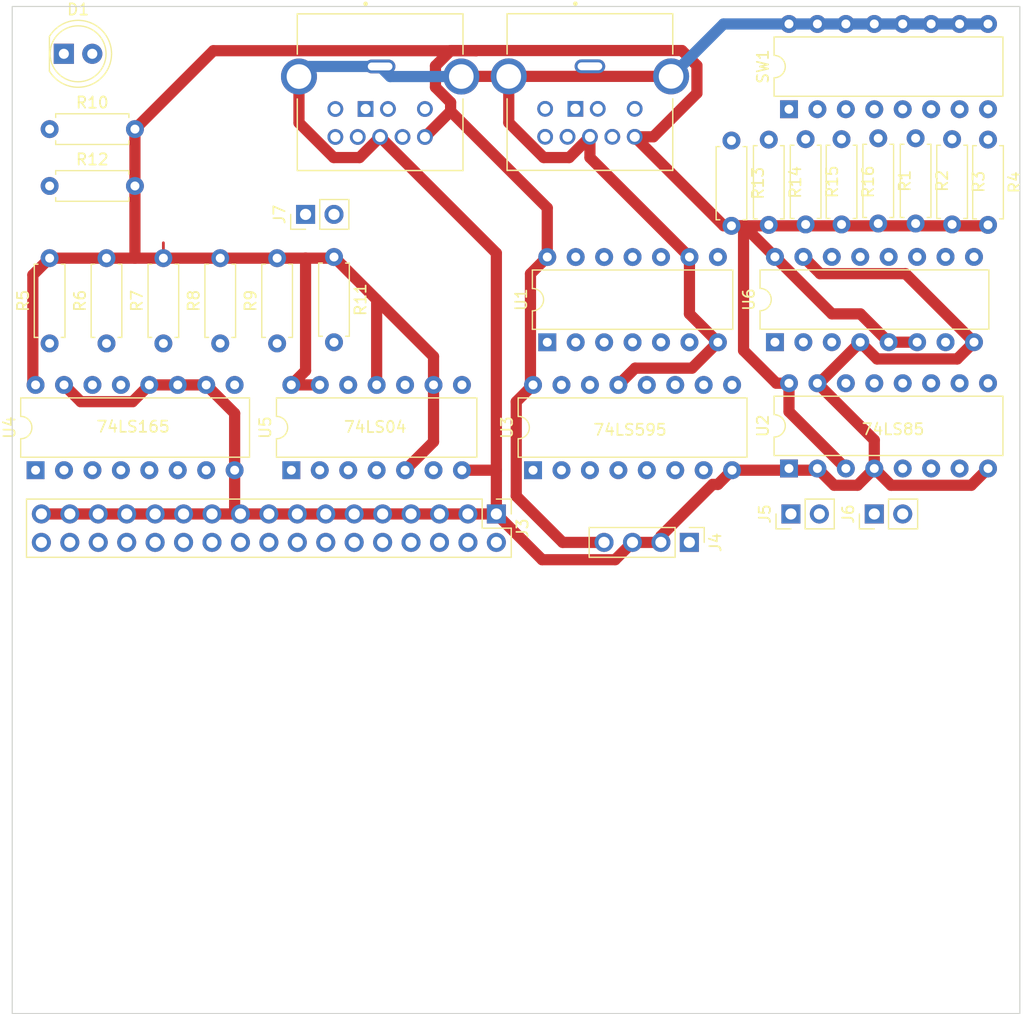
<source format=kicad_pcb>
(kicad_pcb (version 20221018) (generator pcbnew)
  (layers (0 "F.Cu" signal) (31 "B.Cu" signal) (34 "B.Paste" user) (35 "F.Paste" user) (36 "B.SilkS" user "B.Silkscreen") (37 "F.SilkS" user "F.Silkscreen") (38 "B.Mask" user) (39 "F.Mask" user) (44 "Edge.Cuts" user))
  (net 0 "")
  (net 1 "GND")
  (net 2 "F_REDWC")
  (net 5 "F_INDEX")
  (net 6 "F_MOTEA")
  (net 7 "F_DRVSB")
  (net 8 "F_DRVSA")
  (net 9 "F_MOTEB")
  (net 10 "F_STEPDIR")
  (net 11 "F_STEP")
  (net 12 "F_WDATA")
  (net 13 "F_WGATE")
  (net 14 "F_TRACK0")
  (net 15 "F_WRITEPROT")
  (net 16 "F_RDATA")
  (net 17 "F_SIDE")
  (net 18 "F_DISKCHG")
  (net 20 "+5V")
  (net 21 "Net-(J5-Pin_1)")
  (net 22 "LD_N")
  (net 23 "Net-(J6-Pin_1)")
  (net 24 "1565_LD_5V")
  (net 26 "DRIVE_ID0")
  (net 27 "DRIVE_ID1")
  (net 28 "DRIVE_ID2")
  (net 29 "WRITE_EN")
  (net 30 "Net-(D1-A)")
  (net 31 "SERIO_GATE")
  (net 33 "C1565_SELECTED")
  (net 35 "DRIVE_SEL0")
  (net 36 "DRIVE_SEL1")
  (net 37 "DRIVE_SEL2")
  (net 38 "F_MOTOR")
  (net 39 "F_LED")
  (net 41 "1565_RST")
  (net 42 "1565_CLK")
  (net 43 "/SERIO_5V")
  (net 44 "DKI_DISKPRESENT")
  (net 45 "SERIO_O_N")
  (net 46 "SERIO_O")
  (net 47 "C1565_SELECTED_N")
  (net 52 "Net-(D1-K)")
  (net 53 "FL_WDATA")
  (net 54 "FL_RDATA")
  (net 55 "FL_WGATE")
  (net 56 "M1565_DAT")
  (net 60 "DRIVE_5.25")
  (net 61 "DRIVE_HD")
  (net 62 "DIPSW3")
  (net 63 "DIPSW4")
  (footprint "Resistor_THT:R_Axial_DIN0207_L6.3mm_D2.5mm_P7.62mm_Horizontal" (layer "F.Cu") (at 63.5 80.1116 90)
    (fp_text reference "R7" (at 3.81 -2.37 90) (layer "F.SilkS"))
    (fp_text value "3K3")
    (pad "1" thru_hole circle (at 0 0 90) (size 1.6 1.6) (drill 0.8) (layers "*.Cu" "*.Mask") (net 15 "F_WRITEPROT"))
    (pad "2" thru_hole oval (at 7.62 0 90) (size 1.6 1.6) (drill 0.8) (layers "*.Cu" "*.Mask") (net 20 "+5V"))
  )
  (footprint "Package_DIP:DIP-16_W7.62mm" (layer "F.Cu") (at 96.52 91.44 90)
    (fp_text reference "U3" (at 3.81 -2.33 90) (layer "F.SilkS"))
    (fp_text value "74LS595" (at 3.6068 8.6614 180) (layer "F.SilkS"))
    (pad "1" thru_hole rect (at 0 0 90) (size 1.6 1.6) (drill 0.8) (layers "*.Cu" "*.Mask") (net 36 "DRIVE_SEL1"))
    (pad "2" thru_hole oval (at 0 2.54 90) (size 1.6 1.6) (drill 0.8) (layers "*.Cu" "*.Mask") (net 37 "DRIVE_SEL2"))
    (pad "3" thru_hole oval (at 0 5.08 90) (size 1.6 1.6) (drill 0.8) (layers "*.Cu" "*.Mask") (net 17 "F_SIDE"))
    (pad "4" thru_hole oval (at 0 7.62 90) (size 1.6 1.6) (drill 0.8) (layers "*.Cu" "*.Mask") (net 10 "F_STEPDIR"))
    (pad "5" thru_hole oval (at 0 10.16 90) (size 1.6 1.6) (drill 0.8) (layers "*.Cu" "*.Mask") (net 11 "F_STEP"))
    (pad "6" thru_hole oval (at 0 12.7 90) (size 1.6 1.6) (drill 0.8) (layers "*.Cu" "*.Mask") (net 38 "F_MOTOR"))
    (pad "7" thru_hole oval (at 0 15.24 90) (size 1.6 1.6) (drill 0.8) (layers "*.Cu" "*.Mask") (net 39 "F_LED"))
    (pad "8" thru_hole oval (at 0 17.78 90) (size 1.6 1.6) (drill 0.8) (layers "*.Cu" "*.Mask") (net 1 "GND"))
    (pad "9" thru_hole oval (at 7.62 17.78 90) (size 1.6 1.6) (drill 0.8) (layers "*.Cu" "*.Mask"))
    (pad "10" thru_hole oval (at 7.62 15.24 90) (size 1.6 1.6) (drill 0.8) (layers "*.Cu" "*.Mask") (net 41 "1565_RST"))
    (pad "11" thru_hole oval (at 7.62 12.7 90) (size 1.6 1.6) (drill 0.8) (layers "*.Cu" "*.Mask") (net 42 "1565_CLK"))
    (pad "12" thru_hole oval (at 7.62 10.16 90) (size 1.6 1.6) (drill 0.8) (layers "*.Cu" "*.Mask") (net 21 "Net-(J5-Pin_1)"))
    (pad "13" thru_hole oval (at 7.62 7.62 90) (size 1.6 1.6) (drill 0.8) (layers "*.Cu" "*.Mask") (net 1 "GND"))
    (pad "14" thru_hole oval (at 7.62 5.08 90) (size 1.6 1.6) (drill 0.8) (layers "*.Cu" "*.Mask") (net 43 "/SERIO_5V"))
    (pad "15" thru_hole oval (at 7.62 2.54 90) (size 1.6 1.6) (drill 0.8) (layers "*.Cu" "*.Mask") (net 35 "DRIVE_SEL0"))
    (pad "16" thru_hole oval (at 7.62 0 90) (size 1.6 1.6) (drill 0.8) (layers "*.Cu" "*.Mask") (net 20 "+5V"))
  )
  (footprint "Resistor_THT:R_Axial_DIN0207_L6.3mm_D2.5mm_P7.62mm_Horizontal" (layer "F.Cu") (at 53.34 80.1116 90)
    (fp_text reference "R5" (at 3.81 -2.37 90) (layer "F.SilkS"))
    (fp_text value "3K3")
    (pad "1" thru_hole circle (at 0 0 90) (size 1.6 1.6) (drill 0.8) (layers "*.Cu" "*.Mask") (net 5 "F_INDEX"))
    (pad "2" thru_hole oval (at 7.62 0 90) (size 1.6 1.6) (drill 0.8) (layers "*.Cu" "*.Mask") (net 20 "+5V"))
  )
  (footprint "Package_DIP:DIP-14_W7.62mm" (layer "F.Cu") (at 97.79 80.01 90)
    (fp_text reference "U1" (at 3.81 -2.33 90) (layer "F.SilkS"))
    (fp_text value "74LS125")
    (pad "1" thru_hole rect (at 0 0 90) (size 1.6 1.6) (drill 0.8) (layers "*.Cu" "*.Mask") (net 47 "C1565_SELECTED_N"))
    (pad "2" thru_hole oval (at 0 2.54 90) (size 1.6 1.6) (drill 0.8) (layers "*.Cu" "*.Mask") (net 16 "F_RDATA"))
    (pad "3" thru_hole oval (at 0 5.08 90) (size 1.6 1.6) (drill 0.8) (layers "*.Cu" "*.Mask") (net 54 "FL_RDATA"))
    (pad "4" thru_hole oval (at 0 7.62 90) (size 1.6 1.6) (drill 0.8) (layers "*.Cu" "*.Mask") (net 31 "SERIO_GATE"))
    (pad "5" thru_hole oval (at 0 10.16 90) (size 1.6 1.6) (drill 0.8) (layers "*.Cu" "*.Mask") (net 46 "SERIO_O"))
    (pad "6" thru_hole oval (at 0 12.7 90) (size 1.6 1.6) (drill 0.8) (layers "*.Cu" "*.Mask") (net 43 "/SERIO_5V"))
    (pad "7" thru_hole oval (at 0 15.24 90) (size 1.6 1.6) (drill 0.8) (layers "*.Cu" "*.Mask") (net 1 "GND"))
    (pad "8" thru_hole oval (at 7.62 15.24 90) (size 1.6 1.6) (drill 0.8) (layers "*.Cu" "*.Mask") (net 52 "Net-(D1-K)"))
    (pad "9" thru_hole oval (at 7.62 12.7 90) (size 1.6 1.6) (drill 0.8) (layers "*.Cu" "*.Mask") (net 1 "GND"))
    (pad "10" thru_hole oval (at 7.62 10.16 90) (size 1.6 1.6) (drill 0.8) (layers "*.Cu" "*.Mask") (net 39 "F_LED"))
    (pad "11" thru_hole oval (at 7.62 7.62 90) (size 1.6 1.6) (drill 0.8) (layers "*.Cu" "*.Mask") (net 31 "SERIO_GATE"))
    (pad "12" thru_hole oval (at 7.62 5.08 90) (size 1.6 1.6) (drill 0.8) (layers "*.Cu" "*.Mask") (net 47 "C1565_SELECTED_N"))
    (pad "13" thru_hole oval (at 7.62 2.54 90) (size 1.6 1.6) (drill 0.8) (layers "*.Cu" "*.Mask") (net 24 "1565_LD_5V"))
    (pad "14" thru_hole oval (at 7.62 0 90) (size 1.6 1.6) (drill 0.8) (layers "*.Cu" "*.Mask") (net 20 "+5V"))
  )
  (footprint "Resistor_THT:R_Axial_DIN0207_L6.3mm_D2.5mm_P7.62mm_Horizontal" (layer "F.Cu") (at 73.66 80.1116 90)
    (fp_text reference "R9" (at 3.81 -2.37 90) (layer "F.SilkS"))
    (fp_text value "3K3")
    (pad "1" thru_hole circle (at 0 0 90) (size 1.6 1.6) (drill 0.8) (layers "*.Cu" "*.Mask") (net 18 "F_DISKCHG"))
    (pad "2" thru_hole oval (at 7.62 0 90) (size 1.6 1.6) (drill 0.8) (layers "*.Cu" "*.Mask") (net 20 "+5V"))
  )
  (footprint "Package_DIP:DIP-16_W7.62mm" (layer "F.Cu") (at 119.38 59.182 90)
    (fp_text reference "SW1" (at 3.81 -2.33 90) (layer "F.SilkS"))
    (fp_text value "SW_DIP_x04")
    (pad "1" thru_hole rect (at 0 0 90) (size 1.6 1.6) (drill 0.8) (layers "*.Cu" "*.Mask") (net 60 "DRIVE_5.25"))
    (pad "2" thru_hole oval (at 0 2.54 90) (size 1.6 1.6) (drill 0.8) (layers "*.Cu" "*.Mask") (net 61 "DRIVE_HD"))
    (pad "3" thru_hole oval (at 0 5.08 90) (size 1.6 1.6) (drill 0.8) (layers "*.Cu" "*.Mask") (net 62 "DIPSW3"))
    (pad "4" thru_hole oval (at 0 7.62 90) (size 1.6 1.6) (drill 0.8) (layers "*.Cu" "*.Mask") (net 63 "DIPSW4"))
    (pad "5" thru_hole oval (at 0 10.16 90) (size 1.6 1.6) (drill 0.8) (layers "*.Cu" "*.Mask") (net 26 "DRIVE_ID0"))
    (pad "6" thru_hole oval (at 0 12.7 90) (size 1.6 1.6) (drill 0.8) (layers "*.Cu" "*.Mask") (net 27 "DRIVE_ID1"))
    (pad "7" thru_hole oval (at 0 15.24 90) (size 1.6 1.6) (drill 0.8) (layers "*.Cu" "*.Mask") (net 28 "DRIVE_ID2"))
    (pad "8" thru_hole oval (at 0 17.78 90) (size 1.6 1.6) (drill 0.8) (layers "*.Cu" "*.Mask") (net 29 "WRITE_EN"))
    (pad "9" thru_hole oval (at 7.62 17.78 90) (size 1.6 1.6) (drill 0.8) (layers "*.Cu" "*.Mask") (net 1 "GND"))
    (pad "10" thru_hole oval (at 7.62 15.24 90) (size 1.6 1.6) (drill 0.8) (layers "*.Cu" "*.Mask") (net 1 "GND"))
    (pad "11" thru_hole oval (at 7.62 12.7 90) (size 1.6 1.6) (drill 0.8) (layers "*.Cu" "*.Mask") (net 1 "GND"))
    (pad "12" thru_hole oval (at 7.62 10.16 90) (size 1.6 1.6) (drill 0.8) (layers "*.Cu" "*.Mask") (net 1 "GND"))
    (pad "13" thru_hole oval (at 7.62 7.62 90) (size 1.6 1.6) (drill 0.8) (layers "*.Cu" "*.Mask") (net 1 "GND"))
    (pad "14" thru_hole oval (at 7.62 5.08 90) (size 1.6 1.6) (drill 0.8) (layers "*.Cu" "*.Mask") (net 1 "GND"))
    (pad "15" thru_hole oval (at 7.62 2.54 90) (size 1.6 1.6) (drill 0.8) (layers "*.Cu" "*.Mask") (net 1 "GND"))
    (pad "16" thru_hole oval (at 7.62 0 90) (size 1.6 1.6) (drill 0.8) (layers "*.Cu" "*.Mask") (net 1 "GND"))
  )
  (footprint "Resistor_THT:R_Axial_DIN0207_L6.3mm_D2.5mm_P7.62mm_Horizontal" (layer "F.Cu") (at 137.16 61.899475 -90)
    (fp_text reference "R4" (at 3.81 -2.37 90) (layer "F.SilkS"))
    (fp_text value "3K3")
    (pad "1" thru_hole circle (at 0 0 270) (size 1.6 1.6) (drill 0.8) (layers "*.Cu" "*.Mask") (net 29 "WRITE_EN"))
    (pad "2" thru_hole oval (at 7.62 0 270) (size 1.6 1.6) (drill 0.8) (layers "*.Cu" "*.Mask") (net 20 "+5V"))
  )
  (footprint "Resistor_THT:R_Axial_DIN0207_L6.3mm_D2.5mm_P7.62mm_Horizontal" (layer "F.Cu") (at 120.867324 61.858332 -90)
    (fp_text reference "R15" (at 3.81 -2.37 90) (layer "F.SilkS"))
    (fp_text value "3K3")
    (pad "1" thru_hole circle (at 0 0 270) (size 1.6 1.6) (drill 0.8) (layers "*.Cu" "*.Mask") (net 62 "DIPSW3"))
    (pad "2" thru_hole oval (at 7.62 0 270) (size 1.6 1.6) (drill 0.8) (layers "*.Cu" "*.Mask") (net 20 "+5V"))
  )
  (footprint "Connector_PinHeader_2.54mm:PinHeader_1x02_P2.54mm_Vertical" (layer "F.Cu") (at 127 95.3516 90)
    (fp_text reference "J6" (at 0 -2.33 90) (layer "F.SilkS"))
    (fp_text value "Conn_01x02")
    (pad "1" thru_hole rect (at 0 0 90) (size 1.7 1.7) (drill 1) (layers "*.Cu" "*.Mask") (net 23 "Net-(J6-Pin_1)"))
    (pad "2" thru_hole oval (at 0 2.54 90) (size 1.7 1.7) (drill 1) (layers "*.Cu" "*.Mask") (net 22 "LD_N"))
  )
  (footprint "Resistor_THT:R_Axial_DIN0207_L6.3mm_D2.5mm_P7.62mm_Horizontal" (layer "F.Cu") (at 78.74 72.39 -90)
    (fp_text reference "R11" (at 3.81 -2.37 90) (layer "F.SilkS"))
    (fp_text value "3K3")
    (pad "1" thru_hole circle (at 0 0 270) (size 1.6 1.6) (drill 0.8) (layers "*.Cu" "*.Mask") (net 20 "+5V"))
    (pad "2" thru_hole oval (at 7.62 0 270) (size 1.6 1.6) (drill 0.8) (layers "*.Cu" "*.Mask") (net 31 "SERIO_GATE"))
  )
  (footprint "Package_DIP:DIP-16_W7.62mm" (layer "F.Cu") (at 118.125 80 90)
    (fp_text reference "U6" (at 3.81 -2.33 90) (layer "F.SilkS"))
    (fp_text value "74LS165")
    (pad "1" thru_hole rect (at 0 0 90) (size 1.6 1.6) (drill 0.8) (layers "*.Cu" "*.Mask") (net 41 "1565_RST"))
    (pad "2" thru_hole oval (at 0 2.54 90) (size 1.6 1.6) (drill 0.8) (layers "*.Cu" "*.Mask"))
    (pad "3" thru_hole oval (at 0 5.08 90) (size 1.6 1.6) (drill 0.8) (layers "*.Cu" "*.Mask") (net 60 "DRIVE_5.25"))
    (pad "4" thru_hole oval (at 0 7.62 90) (size 1.6 1.6) (drill 0.8) (layers "*.Cu" "*.Mask") (net 1 "GND"))
    (pad "5" thru_hole oval (at 0 10.16 90) (size 1.6 1.6) (drill 0.8) (layers "*.Cu" "*.Mask") (net 20 "+5V"))
    (pad "6" thru_hole oval (at 0 12.7 90) (size 1.6 1.6) (drill 0.8) (layers "*.Cu" "*.Mask") (net 20 "+5V"))
    (pad "7" thru_hole oval (at 0 15.24 90) (size 1.6 1.6) (drill 0.8) (layers "*.Cu" "*.Mask"))
    (pad "8" thru_hole oval (at 0 17.78 90) (size 1.6 1.6) (drill 0.8) (layers "*.Cu" "*.Mask") (net 1 "GND"))
    (pad "9" thru_hole oval (at 7.62 17.78 90) (size 1.6 1.6) (drill 0.8) (layers "*.Cu" "*.Mask") (net 56 "M1565_DAT"))
    (pad "10" thru_hole oval (at 7.62 15.24 90) (size 1.6 1.6) (drill 0.8) (layers "*.Cu" "*.Mask"))
    (pad "11" thru_hole oval (at 7.62 12.7 90) (size 1.6 1.6) (drill 0.8) (layers "*.Cu" "*.Mask"))
    (pad "12" thru_hole oval (at 7.62 10.16 90) (size 1.6 1.6) (drill 0.8) (layers "*.Cu" "*.Mask") (net 63 "DIPSW4"))
    (pad "13" thru_hole oval (at 7.62 7.62 90) (size 1.6 1.6) (drill 0.8) (layers "*.Cu" "*.Mask") (net 62 "DIPSW3"))
    (pad "14" thru_hole oval (at 7.62 5.08 90) (size 1.6 1.6) (drill 0.8) (layers "*.Cu" "*.Mask") (net 61 "DRIVE_HD"))
    (pad "15" thru_hole oval (at 7.62 2.54 90) (size 1.6 1.6) (drill 0.8) (layers "*.Cu" "*.Mask") (net 1 "GND"))
    (pad "16" thru_hole oval (at 7.62 0 90) (size 1.6 1.6) (drill 0.8) (layers "*.Cu" "*.Mask") (net 20 "+5V"))
  )
  (footprint "00Project:CUI_MD-90SM" (layer "F.Cu") (at 82.8614 55.361 180)
    (fp_text reference "J2" hide)
    (fp_text value "MD-90SM")
    (pad "1" thru_hole rect (at 1.3 -3.8 180) (size 1.408 1.408) (drill 0.9) (layers "*.Cu" "*.Mask") (net 41 "1565_RST"))
    (pad "2" thru_hole circle (at -0.7 -3.8 180) (size 1.408 1.408) (drill 0.9) (layers "*.Cu" "*.Mask") (net 54 "FL_RDATA"))
    (pad "3" thru_hole circle (at 4 -3.8 180) (size 1.408 1.408) (drill 0.9) (layers "*.Cu" "*.Mask") (net 53 "FL_WDATA"))
    (pad "4" thru_hole circle (at 2 -6.3 180) (size 1.408 1.408) (drill 0.9) (layers "*.Cu" "*.Mask") (net 55 "FL_WGATE"))
    (pad "5" thru_hole circle (at 0 -6.3 180) (size 1.408 1.408) (drill 0.9) (layers "*.Cu" "*.Mask") (net 1 "GND"))
    (pad "6" thru_hole circle (at -4 -3.8 180) (size 1.408 1.408) (drill 0.9) (layers "*.Cu" "*.Mask") (net 43 "/SERIO_5V"))
    (pad "7" thru_hole circle (at 4 -6.3 180) (size 1.408 1.408) (drill 0.9) (layers "*.Cu" "*.Mask") (net 24 "1565_LD_5V"))
    (pad "8" thru_hole circle (at -2 -6.3 180) (size 1.408 1.408) (drill 0.9) (layers "*.Cu" "*.Mask") (net 42 "1565_CLK"))
    (pad "9" thru_hole circle (at -4 -6.3 180) (size 1.408 1.408) (drill 0.9) (layers "*.Cu" "*.Mask") (net 20 "+5V"))
    (pad "S1" thru_hole oval (at 0 0 180) (size 2.73 1.23) (drill oval 2.2 0.7) (layers "*.Cu" "*.Mask") (net 1 "GND"))
    (pad "S2" thru_hole circle (at -7.25 -0.9 180) (size 3.216 3.216) (drill 2.2) (layers "*.Cu" "*.Mask") (net 1 "GND"))
    (pad "S3" thru_hole circle (at 7.25 -0.9 180) (size 3.216 3.216) (drill 2.2) (layers "*.Cu" "*.Mask") (net 1 "GND"))
  )
  (footprint "Resistor_THT:R_Axial_DIN0207_L6.3mm_D2.5mm_P7.62mm_Horizontal" (layer "F.Cu") (at 114.243281 61.981761 -90)
    (fp_text reference "R13" (at 3.81 -2.37 90) (layer "F.SilkS"))
    (fp_text value "3K3")
    (pad "1" thru_hole circle (at 0 0 270) (size 1.6 1.6) (drill 0.8) (layers "*.Cu" "*.Mask") (net 60 "DRIVE_5.25"))
    (pad "2" thru_hole oval (at 7.62 0 270) (size 1.6 1.6) (drill 0.8) (layers "*.Cu" "*.Mask") (net 20 "+5V"))
  )
  (footprint "Resistor_THT:R_Axial_DIN0207_L6.3mm_D2.5mm_P7.62mm_Horizontal" (layer "F.Cu") (at 133.950836 61.858332 -90)
    (fp_text reference "R3" (at 3.81 -2.37 90) (layer "F.SilkS"))
    (fp_text value "3K3")
    (pad "1" thru_hole circle (at 0 0 270) (size 1.6 1.6) (drill 0.8) (layers "*.Cu" "*.Mask") (net 28 "DRIVE_ID2"))
    (pad "2" thru_hole oval (at 7.62 0 270) (size 1.6 1.6) (drill 0.8) (layers "*.Cu" "*.Mask") (net 20 "+5V"))
  )
  (footprint "Resistor_THT:R_Axial_DIN0207_L6.3mm_D2.5mm_P7.62mm_Horizontal" (layer "F.Cu") (at 117.575874 61.899475 -90)
    (fp_text reference "R14" (at 3.81 -2.37 90) (layer "F.SilkS"))
    (fp_text value "3K3")
    (pad "1" thru_hole circle (at 0 0 270) (size 1.6 1.6) (drill 0.8) (layers "*.Cu" "*.Mask") (net 61 "DRIVE_HD"))
    (pad "2" thru_hole oval (at 7.62 0 270) (size 1.6 1.6) (drill 0.8) (layers "*.Cu" "*.Mask") (net 20 "+5V"))
  )
  (footprint "Resistor_THT:R_Axial_DIN0207_L6.3mm_D2.5mm_P7.62mm_Horizontal" (layer "F.Cu") (at 130.691873 61.776046 -90)
    (fp_text reference "R2" (at 3.81 -2.37 90) (layer "F.SilkS"))
    (fp_text value "3K3")
    (pad "1" thru_hole circle (at 0 0 270) (size 1.6 1.6) (drill 0.8) (layers "*.Cu" "*.Mask") (net 27 "DRIVE_ID1"))
    (pad "2" thru_hole oval (at 7.62 0 270) (size 1.6 1.6) (drill 0.8) (layers "*.Cu" "*.Mask") (net 20 "+5V"))
  )
  (footprint "Resistor_THT:R_Axial_DIN0207_L6.3mm_D2.5mm_P7.62mm_Horizontal" (layer "F.Cu") (at 68.58 80.1116 90)
    (fp_text reference "R8" (at 3.81 -2.37 90) (layer "F.SilkS"))
    (fp_text value "3K3")
    (pad "1" thru_hole circle (at 0 0 90) (size 1.6 1.6) (drill 0.8) (layers "*.Cu" "*.Mask") (net 16 "F_RDATA"))
    (pad "2" thru_hole oval (at 7.62 0 90) (size 1.6 1.6) (drill 0.8) (layers "*.Cu" "*.Mask") (net 20 "+5V"))
  )
  (footprint "Resistor_THT:R_Axial_DIN0207_L6.3mm_D2.5mm_P7.62mm_Horizontal" (layer "F.Cu") (at 53.34 66.04)
    (fp_text reference "R12" (at 3.81 -2.37) (layer "F.SilkS"))
    (fp_text value "1K")
    (pad "1" thru_hole circle (at 0 0) (size 1.6 1.6) (drill 0.8) (layers "*.Cu" "*.Mask") (net 30 "Net-(D1-A)"))
    (pad "2" thru_hole oval (at 7.62 0) (size 1.6 1.6) (drill 0.8) (layers "*.Cu" "*.Mask") (net 20 "+5V"))
  )
  (footprint "Connector_PinHeader_2.54mm:PinHeader_1x04_P2.54mm_Vertical" (layer "F.Cu") (at 110.48 97.8916 -90)
    (fp_text reference "J4" (at 0 -2.33 90) (layer "F.SilkS"))
    (fp_text value "Conn_01x04")
    (pad "1" thru_hole rect (at 0 0 270) (size 1.7 1.7) (drill 1) (layers "*.Cu" "*.Mask"))
    (pad "2" thru_hole oval (at 0 2.54 270) (size 1.7 1.7) (drill 1) (layers "*.Cu" "*.Mask") (net 1 "GND"))
    (pad "3" thru_hole oval (at 0 5.08 270) (size 1.7 1.7) (drill 1) (layers "*.Cu" "*.Mask") (net 1 "GND"))
    (pad "4" thru_hole oval (at 0 7.62 270) (size 1.7 1.7) (drill 1) (layers "*.Cu" "*.Mask") (net 20 "+5V"))
  )
  (footprint "Package_DIP:DIP-14_W7.62mm" (layer "F.Cu") (at 74.93 91.44 90)
    (fp_text reference "U5" (at 3.81 -2.33 90) (layer "F.SilkS"))
    (fp_text value "74LS04" (at 3.8608 7.493 180) (layer "F.SilkS"))
    (pad "1" thru_hole rect (at 0 0 90) (size 1.6 1.6) (drill 0.8) (layers "*.Cu" "*.Mask") (net 24 "1565_LD_5V"))
    (pad "2" thru_hole oval (at 0 2.54 90) (size 1.6 1.6) (drill 0.8) (layers "*.Cu" "*.Mask") (net 22 "LD_N"))
    (pad "3" thru_hole oval (at 0 5.08 90) (size 1.6 1.6) (drill 0.8) (layers "*.Cu" "*.Mask") (net 33 "C1565_SELECTED"))
    (pad "4" thru_hole oval (at 0 7.62 90) (size 1.6 1.6) (drill 0.8) (layers "*.Cu" "*.Mask") (net 47 "C1565_SELECTED_N"))
    (pad "5" thru_hole oval (at 0 10.16 90) (size 1.6 1.6) (drill 0.8) (layers "*.Cu" "*.Mask") (net 20 "+5V"))
    (pad "6" thru_hole oval (at 0 12.7 90) (size 1.6 1.6) (drill 0.8) (layers "*.Cu" "*.Mask"))
    (pad "7" thru_hole oval (at 0 15.24 90) (size 1.6 1.6) (drill 0.8) (layers "*.Cu" "*.Mask") (net 1 "GND"))
    (pad "8" thru_hole oval (at 7.62 15.24 90) (size 1.6 1.6) (drill 0.8) (layers "*.Cu" "*.Mask"))
    (pad "9" thru_hole oval (at 7.62 12.7 90) (size 1.6 1.6) (drill 0.8) (layers "*.Cu" "*.Mask") (net 20 "+5V"))
    (pad "10" thru_hole oval (at 7.62 10.16 90) (size 1.6 1.6) (drill 0.8) (layers "*.Cu" "*.Mask"))
    (pad "11" thru_hole oval (at 7.62 7.62 90) (size 1.6 1.6) (drill 0.8) (layers "*.Cu" "*.Mask") (net 20 "+5V"))
    (pad "12" thru_hole oval (at 7.62 5.08 90) (size 1.6 1.6) (drill 0.8) (layers "*.Cu" "*.Mask"))
    (pad "13" thru_hole oval (at 7.62 2.54 90) (size 1.6 1.6) (drill 0.8) (layers "*.Cu" "*.Mask") (net 20 "+5V"))
    (pad "14" thru_hole oval (at 7.62 0 90) (size 1.6 1.6) (drill 0.8) (layers "*.Cu" "*.Mask") (net 20 "+5V"))
  )
  (footprint "Resistor_THT:R_Axial_DIN0207_L6.3mm_D2.5mm_P7.62mm_Horizontal" (layer "F.Cu") (at 127.353126 61.776046 -90)
    (fp_text reference "R1" (at 3.81 -2.37 90) (layer "F.SilkS"))
    (fp_text value "3K3")
    (pad "1" thru_hole circle (at 0 0 270) (size 1.6 1.6) (drill 0.8) (layers "*.Cu" "*.Mask") (net 26 "DRIVE_ID0"))
    (pad "2" thru_hole oval (at 7.62 0 270) (size 1.6 1.6) (drill 0.8) (layers "*.Cu" "*.Mask") (net 20 "+5V"))
  )
  (footprint "Resistor_THT:R_Axial_DIN0207_L6.3mm_D2.5mm_P7.62mm_Horizontal" (layer "F.Cu") (at 53.34 60.96)
    (fp_text reference "R10" (at 3.81 -2.37) (layer "F.SilkS"))
    (fp_text value "1K")
    (pad "1" thru_hole circle (at 0 0) (size 1.6 1.6) (drill 0.8) (layers "*.Cu" "*.Mask") (net 30 "Net-(D1-A)"))
    (pad "2" thru_hole oval (at 7.62 0) (size 1.6 1.6) (drill 0.8) (layers "*.Cu" "*.Mask") (net 20 "+5V"))
  )
  (footprint "LED_THT:LED_D5.0mm" (layer "F.Cu") (at 54.61 54.229)
    (fp_text reference "D1" (at 1.27 -3.96) (layer "F.SilkS"))
    (fp_text value "LED")
    (pad "1" thru_hole rect (at 0 0) (size 1.8 1.8) (drill 0.9) (layers "*.Cu" "*.Mask") (net 52 "Net-(D1-K)"))
    (pad "2" thru_hole circle (at 2.54 0) (size 1.8 1.8) (drill 0.9) (layers "*.Cu" "*.Mask") (net 30 "Net-(D1-A)"))
  )
  (footprint "Connector_PinHeader_2.54mm:PinHeader_1x02_P2.54mm_Vertical" (layer "F.Cu") (at 76.2 68.58 90)
    (fp_text reference "J7" (at 0 -2.33 90) (layer "F.SilkS"))
    (fp_text value "Conn_01x02")
    (pad "1" thru_hole rect (at 0 0 90) (size 1.7 1.7) (drill 1) (layers "*.Cu" "*.Mask") (net 24 "1565_LD_5V"))
    (pad "2" thru_hole oval (at 0 2.54 90) (size 1.7 1.7) (drill 1) (layers "*.Cu" "*.Mask"))
  )
  (footprint "Connector_PinHeader_2.54mm:PinHeader_2x17_P2.54mm_Vertical" (layer "F.Cu") (at 93.2434 95.3516 -90)
    (fp_text reference "J3" (at 1.27 -2.33 90) (layer "F.SilkS"))
    (fp_text value "Conn_02x17_Odd_Even")
    (pad "1" thru_hole rect (at 0 0 270) (size 1.7 1.7) (drill 1) (layers "*.Cu" "*.Mask") (net 1 "GND"))
    (pad "2" thru_hole oval (at 2.54 0 270) (size 1.7 1.7) (drill 1) (layers "*.Cu" "*.Mask") (net 2 "F_REDWC"))
    (pad "3" thru_hole oval (at 0 2.54 270) (size 1.7 1.7) (drill 1) (layers "*.Cu" "*.Mask") (net 1 "GND"))
    (pad "4" thru_hole oval (at 2.54 2.54 270) (size 1.7 1.7) (drill 1) (layers "*.Cu" "*.Mask"))
    (pad "5" thru_hole oval (at 0 5.08 270) (size 1.7 1.7) (drill 1) (layers "*.Cu" "*.Mask") (net 1 "GND"))
    (pad "6" thru_hole oval (at 2.54 5.08 270) (size 1.7 1.7) (drill 1) (layers "*.Cu" "*.Mask"))
    (pad "7" thru_hole oval (at 0 7.62 270) (size 1.7 1.7) (drill 1) (layers "*.Cu" "*.Mask") (net 1 "GND"))
    (pad "8" thru_hole oval (at 2.54 7.62 270) (size 1.7 1.7) (drill 1) (layers "*.Cu" "*.Mask") (net 5 "F_INDEX"))
    (pad "9" thru_hole oval (at 0 10.16 270) (size 1.7 1.7) (drill 1) (layers "*.Cu" "*.Mask") (net 1 "GND"))
    (pad "10" thru_hole oval (at 2.54 10.16 270) (size 1.7 1.7) (drill 1) (layers "*.Cu" "*.Mask") (net 6 "F_MOTEA"))
    (pad "11" thru_hole oval (at 0 12.7 270) (size 1.7 1.7) (drill 1) (layers "*.Cu" "*.Mask") (net 1 "GND"))
    (pad "12" thru_hole oval (at 2.54 12.7 270) (size 1.7 1.7) (drill 1) (layers "*.Cu" "*.Mask") (net 7 "F_DRVSB"))
    (pad "13" thru_hole oval (at 0 15.24 270) (size 1.7 1.7) (drill 1) (layers "*.Cu" "*.Mask") (net 1 "GND"))
    (pad "14" thru_hole oval (at 2.54 15.24 270) (size 1.7 1.7) (drill 1) (layers "*.Cu" "*.Mask") (net 8 "F_DRVSA"))
    (pad "15" thru_hole oval (at 0 17.78 270) (size 1.7 1.7) (drill 1) (layers "*.Cu" "*.Mask") (net 1 "GND"))
    (pad "16" thru_hole oval (at 2.54 17.78 270) (size 1.7 1.7) (drill 1) (layers "*.Cu" "*.Mask") (net 9 "F_MOTEB"))
    (pad "17" thru_hole oval (at 0 20.32 270) (size 1.7 1.7) (drill 1) (layers "*.Cu" "*.Mask") (net 1 "GND"))
    (pad "18" thru_hole oval (at 2.54 20.32 270) (size 1.7 1.7) (drill 1) (layers "*.Cu" "*.Mask") (net 10 "F_STEPDIR"))
    (pad "19" thru_hole oval (at 0 22.86 270) (size 1.7 1.7) (drill 1) (layers "*.Cu" "*.Mask") (net 1 "GND"))
    (pad "20" thru_hole oval (at 2.54 22.86 270) (size 1.7 1.7) (drill 1) (layers "*.Cu" "*.Mask") (net 11 "F_STEP"))
    (pad "21" thru_hole oval (at 0 25.4 270) (size 1.7 1.7) (drill 1) (layers "*.Cu" "*.Mask") (net 1 "GND"))
    (pad "22" thru_hole oval (at 2.54 25.4 270) (size 1.7 1.7) (drill 1) (layers "*.Cu" "*.Mask") (net 12 "F_WDATA"))
    (pad "23" thru_hole oval (at 0 27.94 270) (size 1.7 1.7) (drill 1) (layers "*.Cu" "*.Mask") (net 1 "GND"))
    (pad "24" thru_hole oval (at 2.54 27.94 270) (size 1.7 1.7) (drill 1) (layers "*.Cu" "*.Mask") (net 13 "F_WGATE"))
    (pad "25" thru_hole oval (at 0 30.48 270) (size 1.7 1.7) (drill 1) (layers "*.Cu" "*.Mask") (net 1 "GND"))
    (pad "26" thru_hole oval (at 2.54 30.48 270) (size 1.7 1.7) (drill 1) (layers "*.Cu" "*.Mask") (net 14 "F_TRACK0"))
    (pad "27" thru_hole oval (at 0 33.02 270) (size 1.7 1.7) (drill 1) (layers "*.Cu" "*.Mask") (net 1 "GND"))
    (pad "28" thru_hole oval (at 2.54 33.02 270) (size 1.7 1.7) (drill 1) (layers "*.Cu" "*.Mask") (net 15 "F_WRITEPROT"))
    (pad "29" thru_hole oval (at 0 35.56 270) (size 1.7 1.7) (drill 1) (layers "*.Cu" "*.Mask") (net 1 "GND"))
    (pad "30" thru_hole oval (at 2.54 35.56 270) (size 1.7 1.7) (drill 1) (layers "*.Cu" "*.Mask") (net 16 "F_RDATA"))
    (pad "31" thru_hole oval (at 0 38.1 270) (size 1.7 1.7) (drill 1) (layers "*.Cu" "*.Mask") (net 1 "GND"))
    (pad "32" thru_hole oval (at 2.54 38.1 270) (size 1.7 1.7) (drill 1) (layers "*.Cu" "*.Mask") (net 17 "F_SIDE"))
    (pad "33" thru_hole oval (at 0 40.64 270) (size 1.7 1.7) (drill 1) (layers "*.Cu" "*.Mask") (net 1 "GND"))
    (pad "34" thru_hole oval (at 2.54 40.64 270) (size 1.7 1.7) (drill 1) (layers "*.Cu" "*.Mask") (net 18 "F_DISKCHG"))
  )
  (footprint "Package_DIP:DIP-16_W7.62mm" (layer "F.Cu") (at 52.085 91.44 90)
    (fp_text reference "U4" (at 3.81 -2.33 90) (layer "F.SilkS"))
    (fp_text value "74LS165" (at 3.8862 8.7122 180) (layer "F.SilkS"))
    (pad "1" thru_hole rect (at 0 0 90) (size 1.6 1.6) (drill 0.8) (layers "*.Cu" "*.Mask") (net 23 "Net-(J6-Pin_1)"))
    (pad "2" thru_hole oval (at 0 2.54 90) (size 1.6 1.6) (drill 0.8) (layers "*.Cu" "*.Mask") (net 42 "1565_CLK"))
    (pad "3" thru_hole oval (at 0 5.08 90) (size 1.6 1.6) (drill 0.8) (layers "*.Cu" "*.Mask") (net 5 "F_INDEX"))
    (pad "4" thru_hole oval (at 0 7.62 90) (size 1.6 1.6) (drill 0.8) (layers "*.Cu" "*.Mask") (net 18 "F_DISKCHG"))
    (pad "5" thru_hole oval (at 0 10.16 90) (size 1.6 1.6) (drill 0.8) (layers "*.Cu" "*.Mask") (net 44 "DKI_DISKPRESENT"))
    (pad "6" thru_hole oval (at 0 12.7 90) (size 1.6 1.6) (drill 0.8) (layers "*.Cu" "*.Mask") (net 56 "M1565_DAT"))
    (pad "7" thru_hole oval (at 0 15.24 90) (size 1.6 1.6) (drill 0.8) (layers "*.Cu" "*.Mask") (net 45 "SERIO_O_N"))
    (pad "8" thru_hole oval (at 0 17.78 90) (size 1.6 1.6) (drill 0.8) (layers "*.Cu" "*.Mask") (net 1 "GND"))
    (pad "9" thru_hole oval (at 7.62 17.78 90) (size 1.6 1.6) (drill 0.8) (layers "*.Cu" "*.Mask") (net 46 "SERIO_O"))
    (pad "10" thru_hole oval (at 7.62 15.24 90) (size 1.6 1.6) (drill 0.8) (layers "*.Cu" "*.Mask") (net 1 "GND"))
    (pad "11" thru_hole oval (at 7.62 12.7 90) (size 1.6 1.6) (drill 0.8) (layers "*.Cu" "*.Mask") (net 1 "GND"))
    (pad "12" thru_hole oval (at 7.62 10.16 90) (size 1.6 1.6) (drill 0.8) (layers "*.Cu" "*.Mask") (net 1 "GND"))
    (pad "13" thru_hole oval (at 7.62 7.62 90) (size 1.6 1.6) (drill 0.8) (layers "*.Cu" "*.Mask") (net 14 "F_TRACK0"))
    (pad "14" thru_hole oval (at 7.62 5.08 90) (size 1.6 1.6) (drill 0.8) (layers "*.Cu" "*.Mask") (net 15 "F_WRITEPROT"))
    (pad "15" thru_hole oval (at 7.62 2.54 90) (size 1.6 1.6) (drill 0.8) (layers "*.Cu" "*.Mask") (net 1 "GND"))
    (pad "16" thru_hole oval (at 7.62 0 90) (size 1.6 1.6) (drill 0.8) (layers "*.Cu" "*.Mask") (net 20 "+5V"))
  )
  (footprint "Resistor_THT:R_Axial_DIN0207_L6.3mm_D2.5mm_P7.62mm_Horizontal" (layer "F.Cu") (at 58.42 80.1116 90)
    (fp_text reference "R6" (at 3.81 -2.37 90) (layer "F.SilkS"))
    (fp_text value "3K3")
    (pad "1" thru_hole circle (at 0 0 90) (size 1.6 1.6) (drill 0.8) (layers "*.Cu" "*.Mask") (net 14 "F_TRACK0"))
    (pad "2" thru_hole oval (at 7.62 0 90) (size 1.6 1.6) (drill 0.8) (layers "*.Cu" "*.Mask") (net 20 "+5V"))
  )
  (footprint "Resistor_THT:R_Axial_DIN0207_L6.3mm_D2.5mm_P7.62mm_Horizontal" (layer "F.Cu") (at 124.076487 61.858332 -90)
    (fp_text reference "R16" (at 3.81 -2.37 90) (layer "F.SilkS"))
    (fp_text value "3K3")
    (pad "1" thru_hole circle (at 0 0 270) (size 1.6 1.6) (drill 0.8) (layers "*.Cu" "*.Mask") (net 63 "DIPSW4"))
    (pad "2" thru_hole oval (at 7.62 0 270) (size 1.6 1.6) (drill 0.8) (layers "*.Cu" "*.Mask") (net 20 "+5V"))
  )
  (footprint "Connector_PinHeader_2.54mm:PinHeader_1x02_P2.54mm_Vertical" (layer "F.Cu") (at 119.5528 95.3516 90)
    (fp_text reference "J5" (at 0 -2.33 90) (layer "F.SilkS"))
    (fp_text value "Conn_01x02")
    (pad "1" thru_hole rect (at 0 0 90) (size 1.7 1.7) (drill 1) (layers "*.Cu" "*.Mask") (net 21 "Net-(J5-Pin_1)"))
    (pad "2" thru_hole oval (at 0 2.54 90) (size 1.7 1.7) (drill 1) (layers "*.Cu" "*.Mask") (net 22 "LD_N"))
  )
  (footprint "00Project:CUI_MD-90SM" (layer "F.Cu") (at 101.6 55.3458 180)
    (fp_text reference "J1" hide)
    (fp_text value "MD-90SM" hide)
    (pad "1" thru_hole rect (at 1.3 -3.8 180) (size 1.408 1.408) (drill 0.9) (layers "*.Cu" "*.Mask") (net 41 "1565_RST"))
    (pad "2" thru_hole circle (at -0.7 -3.8 180) (size 1.408 1.408) (drill 0.9) (layers "*.Cu" "*.Mask") (net 54 "FL_RDATA"))
    (pad "3" thru_hole circle (at 4 -3.8 180) (size 1.408 1.408) (drill 0.9) (layers "*.Cu" "*.Mask") (net 53 "FL_WDATA"))
    (pad "4" thru_hole circle (at 2 -6.3 180) (size 1.408 1.408) (drill 0.9) (layers "*.Cu" "*.Mask") (net 55 "FL_WGATE"))
    (pad "5" thru_hole circle (at 0 -6.3 180) (size 1.408 1.408) (drill 0.9) (layers "*.Cu" "*.Mask") (net 1 "GND"))
    (pad "6" thru_hole circle (at -4 -3.8 180) (size 1.408 1.408) (drill 0.9) (layers "*.Cu" "*.Mask") (net 43 "/SERIO_5V"))
    (pad "7" thru_hole circle (at 4 -6.3 180) (size 1.408 1.408) (drill 0.9) (layers "*.Cu" "*.Mask") (net 24 "1565_LD_5V"))
    (pad "8" thru_hole circle (at -2 -6.3 180) (size 1.408 1.408) (drill 0.9) (layers "*.Cu" "*.Mask") (net 42 "1565_CLK"))
    (pad "9" thru_hole circle (at -4 -6.3 180) (size 1.408 1.408) (drill 0.9) (layers "*.Cu" "*.Mask") (net 20 "+5V"))
    (pad "S1" thru_hole oval (at 0 0 180) (size 2.73 1.23) (drill oval 2.2 0.7) (layers "*.Cu" "*.Mask") (net 1 "GND"))
    (pad "S2" thru_hole circle (at -7.25 -0.9 180) (size 3.216 3.216) (drill 2.2) (layers "*.Cu" "*.Mask") (net 1 "GND"))
    (pad "S3" thru_hole circle (at 7.25 -0.9 180) (size 3.216 3.216) (drill 2.2) (layers "*.Cu" "*.Mask") (net 1 "GND"))
  )
  (footprint "Package_DIP:DIP-16_W7.62mm" (layer "F.Cu") (at 119.38 91.2876 90)
    (fp_text reference "U2" (at 3.81 -2.33 90) (layer "F.SilkS"))
    (fp_text value "74LS85" (at 3.5052 9.2964 180) (layer "F.SilkS"))
    (pad "1" thru_hole rect (at 0 0 90) (size 1.6 1.6) (drill 0.8) (layers "*.Cu" "*.Mask") (net 1 "GND"))
    (pad "2" thru_hole oval (at 0 2.54 90) (size 1.6 1.6) (drill 0.8) (layers "*.Cu" "*.Mask") (net 1 "GND"))
    (pad "3" thru_hole oval (at 0 5.08 90) (size 1.6 1.6) (drill 0.8) (layers "*.Cu" "*.Mask") (net 20 "+5V"))
    (pad "4" thru_hole oval (at 0 7.62 90) (size 1.6 1.6) (drill 0.8) (layers "*.Cu" "*.Mask") (net 1 "GND"))
    (pad "5" thru_hole oval (at 0 10.16 90) (size 1.6 1.6) (drill 0.8) (layers "*.Cu" "*.Mask"))
    (pad "6" thru_hole oval (at 0 12.7 90) (size 1.6 1.6) (drill 0.8) (layers "*.Cu" "*.Mask") (net 33 "C1565_SELECTED"))
    (pad "7" thru_hole oval (at 0 15.24 90) (size 1.6 1.6) (drill 0.8) (layers "*.Cu" "*.Mask"))
    (pad "8" thru_hole oval (at 0 17.78 90) (size 1.6 1.6) (drill 0.8) (layers "*.Cu" "*.Mask") (net 1 "GND"))
    (pad "9" thru_hole oval (at 7.62 17.78 90) (size 1.6 1.6) (drill 0.8) (layers "*.Cu" "*.Mask") (net 35 "DRIVE_SEL0"))
    (pad "10" thru_hole oval (at 7.62 15.24 90) (size 1.6 1.6) (drill 0.8) (layers "*.Cu" "*.Mask") (net 26 "DRIVE_ID0"))
    (pad "11" thru_hole oval (at 7.62 12.7 90) (size 1.6 1.6) (drill 0.8) (layers "*.Cu" "*.Mask") (net 36 "DRIVE_SEL1"))
    (pad "12" thru_hole oval (at 7.62 10.16 90) (size 1.6 1.6) (drill 0.8) (layers "*.Cu" "*.Mask") (net 27 "DRIVE_ID1"))
    (pad "13" thru_hole oval (at 7.62 7.62 90) (size 1.6 1.6) (drill 0.8) (layers "*.Cu" "*.Mask") (net 28 "DRIVE_ID2"))
    (pad "14" thru_hole oval (at 7.62 5.08 90) (size 1.6 1.6) (drill 0.8) (layers "*.Cu" "*.Mask") (net 37 "DRIVE_SEL2"))
    (pad "15" thru_hole oval (at 7.62 2.54 90) (size 1.6 1.6) (drill 0.8) (layers "*.Cu" "*.Mask") (net 1 "GND"))
    (pad "16" thru_hole oval (at 7.62 0 90) (size 1.6 1.6) (drill 0.8) (layers "*.Cu" "*.Mask") (net 20 "+5V"))
  )
  (gr_rect (start 50 50) (end 140 140) (stroke (width 0.1)) (fill none) (layer "Edge.Cuts"))
  (segment (start 56.125 85.32) (end 54.625 83.82) (width 1) (layer "F.Cu") (net 1))
  (segment (start 127 91.2876) (end 127 88.7476) (width 1) (layer "F.Cu") (net 1))
  (segment (start 110.72 82.32) (end 105.64 82.32) (width 1) (layer "F.Cu") (net 1))
  (segment (start 125.745 80) (end 127.245 81.5) (width 1) (layer "F.Cu") (net 1))
  (segment (start 97.3334 99.4416) (end 103.85 99.4416) (width 1) (layer "F.Cu") (net 1))
  (segment (start 121.7676 91.44) (end 121.92 91.2876) (width 1) (layer "F.Cu") (net 1))
  (segment (start 112.5616 92.71) (end 113.03 92.71) (width 1) (layer "F.Cu") (net 1))
  (segment (start 113.03 92.71) (end 114.3 91.44) (width 1) (layer "F.Cu") (net 1))
  (segment (start 69.865 94.8332) (end 70.3834 95.3516) (width 1) (layer "F.Cu") (net 1))
  (segment (start 82.8614 61.661) (end 93.2434 72.043) (width 1) (layer "F.Cu") (net 1))
  (segment (start 107.94 97.3316) (end 112.5616 92.71) (width 1) (layer "F.Cu") (net 1))
  (segment (start 105.64 82.32) (end 104.14 83.82) (width 1) (layer "F.Cu") (net 1))
  (segment (start 127 91.2876) (end 128.5 92.7876) (width 1) (layer "F.Cu") (net 1))
  (segment (start 129.785 73.88) (end 122.165 73.88) (width 1) (layer "F.Cu") (net 1))
  (segment (start 101.6 61.6458) (end 101.6 63.5) (width 1) (layer "F.Cu") (net 1))
  (segment (start 107.94 97.8916) (end 107.94 97.3316) (width 1) (layer "F.Cu") (net 1))
  (segment (start 81.0224 63.5) (end 82.8614 61.661) (width 1) (layer "F.Cu") (net 1))
  (segment (start 101.6 63.5) (end 110.49 72.39) (width 1) (layer "F.Cu") (net 1))
  (segment (start 103.85 99.4416) (end 105.4 97.8916) (width 1) (layer "F.Cu") (net 1))
  (segment (start 75.6114 60.396556) (end 78.714844 63.5) (width 1) (layer "F.Cu") (net 1))
  (segment (start 90.1266 56.2458) (end 90.1114 56.261) (width 0.25) (layer "F.Cu") (net 1))
  (segment (start 121.92 91.2876) (end 123.42 92.7876) (width 1) (layer "F.Cu") (net 1))
  (segment (start 94.35 56.2458) (end 90.1266 56.2458) (width 1) (layer "F.Cu") (net 1))
  (segment (start 75.6114 56.261) (end 75.6114 60.396556) (width 1) (layer "F.Cu") (net 1))
  (segment (start 125.5 92.7876) (end 127 91.2876) (width 1) (layer "F.Cu") (net 1))
  (segment (start 99.7458 63.5) (end 101.6 61.6458) (width 1) (layer "F.Cu") (net 1))
  (segment (start 69.865 91.44) (end 69.865 94.8332) (width 1) (layer "F.Cu") (net 1))
  (segment (start 93.2434 91.44) (end 93.2434 95.3516) (width 1) (layer "F.Cu") (net 1))
  (segment (start 69.865 91.44) (end 69.865 86.36) (width 1) (layer "F.Cu") (net 1))
  (segment (start 110.49 72.39) (end 110.49 77.47) (width 1) (layer "F.Cu") (net 1))
  (segment (start 94.35 56.2458) (end 108.85 56.2458) (width 1) (layer "F.Cu") (net 1))
  (segment (start 110.49 77.47) (end 113.03 80.01) (width 1) (layer "F.Cu") (net 1))
  (segment (start 127 88.7476) (end 121.92 83.6676) (width 1) (layer "F.Cu") (net 1))
  (segment (start 105.4 97.8916) (end 107.94 97.8916) (width 1) (layer "F.Cu") (net 1))
  (segment (start 121.92 83.6676) (end 122.0774 83.6676) (width 1) (layer "F.Cu") (net 1))
  (segment (start 114.3 91.44) (end 121.7676 91.44) (width 1) (layer "F.Cu") (net 1))
  (segment (start 93.2434 91.44) (end 90.17 91.44) (width 1) (layer "F.Cu") (net 1))
  (segment (start 127.245 81.5) (end 134.405 81.5) (width 1) (layer "F.Cu") (net 1))
  (segment (start 69.865 86.36) (end 67.325 83.82) (width 1) (layer "F.Cu") (net 1))
  (segment (start 128.5 92.7876) (end 135.66 92.7876) (width 1) (layer "F.Cu") (net 1))
  (segment (start 93.2434 95.3516) (end 52.6034 95.3516) (width 1) (layer "F.Cu") (net 1))
  (segment (start 123.42 92.7876) (end 125.5 92.7876) (width 1) (layer "F.Cu") (net 1))
  (segment (start 97.468644 63.5) (end 99.7458 63.5) (width 1) (layer "F.Cu") (net 1))
  (segment (start 134.405 81.5) (end 135.905 80) (width 1) (layer "F.Cu") (net 1))
  (segment (start 94.35 56.2458) (end 94.35 60.381356) (width 1) (layer "F.Cu") (net 1))
  (segment (start 78.714844 63.5) (end 81.0224 63.5) (width 1) (layer "F.Cu") (net 1))
  (segment (start 93.2434 72.043) (end 93.2434 91.44) (width 1) (layer "F.Cu") (net 1))
  (segment (start 94.35 60.381356) (end 97.468644 63.5) (width 1) (layer "F.Cu") (net 1))
  (segment (start 122.165 73.88) (end 120.665 72.38) (width 1) (layer "F.Cu") (net 1))
  (segment (start 135.66 92.7876) (end 137.16 91.2876) (width 1) (layer "F.Cu") (net 1))
  (segment (start 62.245 83.82) (end 60.745 85.32) (width 1) (layer "F.Cu") (net 1))
  (segment (start 67.325 83.82) (end 62.245 83.82) (width 1) (layer "F.Cu") (net 1))
  (segment (start 135.905 80) (end 129.785 73.88) (width 1) (layer "F.Cu") (net 1))
  (segment (start 60.745 85.32) (end 56.125 85.32) (width 1) (layer "F.Cu") (net 1))
  (segment (start 122.0774 83.6676) (end 125.745 80) (width 1) (layer "F.Cu") (net 1))
  (segment (start 93.2434 95.3516) (end 97.3334 99.4416) (width 1) (layer "F.Cu") (net 1))
  (segment (start 113.03 80.01) (end 110.72 82.32) (width 1) (layer "F.Cu") (net 1))
  (segment (start 82.8614 55.361) (end 76.5114 55.361) (width 1) (layer "B.Cu") (net 1))
  (segment (start 113.5338 51.562) (end 137.16 51.562) (width 1) (layer "B.Cu") (net 1))
  (segment (start 90.1114 56.261) (end 83.7614 56.261) (width 1) (layer "B.Cu") (net 1))
  (segment (start 76.5114 55.361) (end 75.6114 56.261) (width 1) (layer "B.Cu") (net 1))
  (segment (start 83.7614 56.261) (end 82.8614 55.361) (width 1) (layer "B.Cu") (net 1))
  (segment (start 108.85 56.2458) (end 113.5338 51.562) (width 1) (layer "B.Cu") (net 1))
  (segment (start 109.8178 53.9378) (end 111.158 55.278) (width 1) (layer "F.Cu") (net 20))
  (segment (start 76.2 72.4916) (end 76.2 82.55) (width 1) (layer "F.Cu") (net 20))
  (segment (start 60.96 60.96) (end 67.967 53.953) (width 1) (layer "F.Cu") (net 20))
  (segment (start 95.02 93.75) (end 99.1616 97.8916) (width 1) (layer "F.Cu") (net 20))
  (segment (start 97.79 68.00161) (end 97.79 72.39) (width 1) (layer "F.Cu") (net 20))
  (segment (start 78.6384 72.4916) (end 78.74 72.39) (width 1) (layer "F.Cu") (net 20))
  (segment (start 60.96 72.4916) (end 60.96 60.96) (width 1) (layer "F.Cu") (net 20))
  (segment (start 89.155395 59.367005) (end 89.155395 58.569) (width 1) (layer "F.Cu") (net 20))
  (segment (start 118.24863 83.6676) (end 119.38 83.6676) (width 1) (layer "F.Cu") (net 20))
  (segment (start 91.44 53.9378) (end 109.8178 53.9378) (width 1) (layer "F.Cu") (net 20))
  (segment (start 119.38 83.6676) (end 119.38 86.2076) (width 1) (layer "F.Cu") (net 20))
  (segment (start 63.5 72.4916) (end 63.5 71.12) (width 0.25) (layer "F.Cu") (net 20))
  (segment (start 87.8034 55.304995) (end 89.170595 53.9378) (width 1) (layer "F.Cu") (net 20))
  (segment (start 76.2 82.55) (end 74.93 83.82) (width 1) (layer "F.Cu") (net 20))
  (segment (start 58.42 72.4916) (end 60.96 72.4916) (width 1) (layer "F.Cu") (net 20))
  (segment (start 111.158 55.278) (end 111.158 57.752) (width 1) (layer "F.Cu") (net 20))
  (segment (start 87.8034 57.217005) (end 87.8034 55.304995) (width 1) (layer "F.Cu") (net 20))
  (segment (start 115.346761 69.601761) (end 118.125 72.38) (width 1) (layer "F.Cu") (net 20))
  (segment (start 115.321761 69.601761) (end 115.321761 80.740731) (width 1) (layer "F.Cu") (net 20))
  (segment (start 82.55 76.2) (end 87.63 81.28) (width 1) (layer "F.Cu") (net 20))
  (segment (start 96.29 83.59) (end 96.52 83.82) (width 1) (layer "F.Cu") (net 20))
  (segment (start 105.6 61.6458) (end 113.555961 69.601761) (width 1) (layer "F.Cu") (net 20))
  (segment (start 87.63 83.82) (end 87.63 88.9) (width 1) (layer "F.Cu") (net 20))
  (segment (start 95.02 85.32) (end 95.02 93.75) (width 1) (layer "F.Cu") (net 20))
  (segment (start 115.321761 69.601761) (end 115.346761 69.601761) (width 1) (layer "F.Cu") (net 20))
  (segment (start 96.52 83.82) (end 95.02 85.32) (width 1) (layer "F.Cu") (net 20))
  (segment (start 107.2642 61.6458) (end 105.6 61.6458) (width 1) (layer "F.Cu") (net 20))
  (segment (start 87.63 88.9) (end 85.09 91.44) (width 1) (layer "F.Cu") (net 20))
  (segment (start 87.63 81.28) (end 87.63 83.82) (width 1) (layer "F.Cu") (net 20))
  (segment (start 89.170595 53.9378) (end 91.44 53.9378) (width 1) (layer "F.Cu") (net 20))
  (segment (start 137.077714 69.601761) (end 137.16 69.519475) (width 1) (layer "F.Cu") (net 20))
  (segment (start 89.155395 59.367005) (end 97.79 68.00161) (width 1) (layer "F.Cu") (net 20))
  (segment (start 119.38 86.2076) (end 124.46 91.2876) (width 1) (layer "F.Cu") (net 20))
  (segment (start 91.4248 53.953) (end 91.44 53.9378) (width 1) (layer "F.Cu") (net 20))
  (segment (start 53.34 72.4916) (end 58.42 72.4916) (width 1) (layer "F.Cu") (net 20))
  (segment (start 128.285 80) (end 130.825 80) (width 1) (layer "F.Cu") (net 20))
  (segment (start 78.74 72.39) (end 82.55 76.2) (width 1) (layer "F.Cu") (net 20))
  (segment (start 67.967 53.953) (end 91.4248 53.953) (width 1) (layer "F.Cu") (net 20))
  (segment (start 74.93 83.82) (end 77.47 83.82) (width 1) (layer "F.Cu") (net 20))
  (segment (start 115.321761 80.740731) (end 118.24863 83.6676) (width 1) (layer "F.Cu") (net 20))
  (segment (start 99.1616 97.8916) (end 102.86 97.8916) (width 1) (layer "F.Cu") (net 20))
  (segment (start 123.215 77.47) (end 125.755 77.47) (width 1) (layer "F.Cu") (net 20))
  (segment (start 97.79 72.39) (end 96.29 73.89) (width 1) (layer "F.Cu") (net 20))
  (segment (start 114.243281 69.601761) (end 137.077714 69.601761) (width 1) (layer "F.Cu") (net 20))
  (segment (start 114.243281 69.601761) (end 115.321761 69.601761) (width 1) (layer "F.Cu") (net 20))
  (segment (start 125.755 77.47) (end 128.285 80) (width 1) (layer "F.Cu") (net 20))
  (segment (start 51.84 73.9916) (end 51.84 83.575) (width 1) (layer "F.Cu") (net 20))
  (segment (start 96.29 73.89) (end 96.29 83.59) (width 1) (layer "F.Cu") (net 20))
  (segment (start 111.158 57.752) (end 107.2642 61.6458) (width 1) (layer "F.Cu") (net 20))
  (segment (start 118.125 72.38) (end 123.215 77.47) (width 1) (layer "F.Cu") (net 20))
  (segment (start 86.8614 61.661) (end 89.155395 59.367005) (width 1) (layer "F.Cu") (net 20))
  (segment (start 82.55 76.2) (end 82.55 83.82) (width 1) (layer "F.Cu") (net 20))
  (segment (start 76.2 72.4916) (end 78.6384 72.4916) (width 1) (layer "F.Cu") (net 20))
  (segment (start 113.555961 69.601761) (end 114.243281 69.601761) (width 1) (layer "F.Cu") (net 20))
  (segment (start 89.155395 58.569) (end 87.8034 57.217005) (width 1) (layer "F.Cu") (net 20))
  (segment (start 53.34 72.4916) (end 51.84 73.9916) (width 1) (layer "F.Cu") (net 20))
  (segment (start 51.84 83.575) (end 52.085 83.82) (width 1) (layer "F.Cu") (net 20))
  (segment (start 60.96 72.4916) (end 76.2 72.4916) (width 1) (layer "F.Cu") (net 20))
)
</source>
